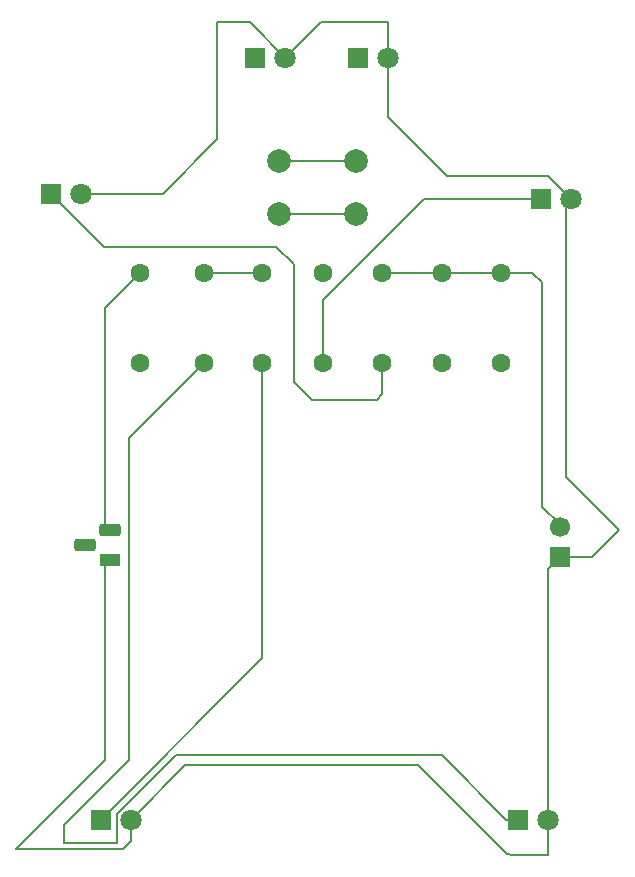
<source format=gtl>
G04 #@! TF.GenerationSoftware,KiCad,Pcbnew,9.0.2*
G04 #@! TF.CreationDate,2025-06-21T22:02:28+02:00*
G04 #@! TF.ProjectId,Keychain,4b657963-6861-4696-9e2e-6b696361645f,rev?*
G04 #@! TF.SameCoordinates,Original*
G04 #@! TF.FileFunction,Copper,L1,Top*
G04 #@! TF.FilePolarity,Positive*
%FSLAX46Y46*%
G04 Gerber Fmt 4.6, Leading zero omitted, Abs format (unit mm)*
G04 Created by KiCad (PCBNEW 9.0.2) date 2025-06-21 22:02:28*
%MOMM*%
%LPD*%
G01*
G04 APERTURE LIST*
G04 Aperture macros list*
%AMRoundRect*
0 Rectangle with rounded corners*
0 $1 Rounding radius*
0 $2 $3 $4 $5 $6 $7 $8 $9 X,Y pos of 4 corners*
0 Add a 4 corners polygon primitive as box body*
4,1,4,$2,$3,$4,$5,$6,$7,$8,$9,$2,$3,0*
0 Add four circle primitives for the rounded corners*
1,1,$1+$1,$2,$3*
1,1,$1+$1,$4,$5*
1,1,$1+$1,$6,$7*
1,1,$1+$1,$8,$9*
0 Add four rect primitives between the rounded corners*
20,1,$1+$1,$2,$3,$4,$5,0*
20,1,$1+$1,$4,$5,$6,$7,0*
20,1,$1+$1,$6,$7,$8,$9,0*
20,1,$1+$1,$8,$9,$2,$3,0*%
G04 Aperture macros list end*
G04 #@! TA.AperFunction,ComponentPad*
%ADD10C,1.600000*%
G04 #@! TD*
G04 #@! TA.AperFunction,ComponentPad*
%ADD11R,1.800000X1.800000*%
G04 #@! TD*
G04 #@! TA.AperFunction,ComponentPad*
%ADD12C,1.800000*%
G04 #@! TD*
G04 #@! TA.AperFunction,ComponentPad*
%ADD13R,1.700000X1.700000*%
G04 #@! TD*
G04 #@! TA.AperFunction,ComponentPad*
%ADD14C,1.700000*%
G04 #@! TD*
G04 #@! TA.AperFunction,ComponentPad*
%ADD15R,1.800000X1.100000*%
G04 #@! TD*
G04 #@! TA.AperFunction,ComponentPad*
%ADD16RoundRect,0.275000X0.625000X-0.275000X0.625000X0.275000X-0.625000X0.275000X-0.625000X-0.275000X0*%
G04 #@! TD*
G04 #@! TA.AperFunction,ComponentPad*
%ADD17C,2.000000*%
G04 #@! TD*
G04 #@! TA.AperFunction,Conductor*
%ADD18C,0.200000*%
G04 #@! TD*
G04 APERTURE END LIST*
D10*
G04 #@! TO.P,4.7 k \u03A9,1*
G04 #@! TO.N,Net-(BT1-+)*
X153000000Y-91690000D03*
G04 #@! TO.P,4.7 k \u03A9,2*
G04 #@! TO.N,Net-(R7-Pad2)*
X153000000Y-99310000D03*
G04 #@! TD*
G04 #@! TO.P,220 \u03A9,1*
G04 #@! TO.N,Net-(BT1--)*
X158350000Y-91690000D03*
G04 #@! TO.P,220 \u03A9,2*
G04 #@! TO.N,Net-(D6-K)*
X158350000Y-99310000D03*
G04 #@! TD*
D11*
G04 #@! TO.P,D2,1,K*
G04 #@! TO.N,Net-(D2-K)*
X171460000Y-73500000D03*
D12*
G04 #@! TO.P,D2,2,A*
G04 #@! TO.N,Net-(D1-A)*
X174000000Y-73500000D03*
G04 #@! TD*
D11*
G04 #@! TO.P,LED,1,K*
G04 #@! TO.N,Net-(D3-K)*
X145460000Y-85000000D03*
D12*
G04 #@! TO.P,LED,2,A*
G04 #@! TO.N,Net-(D1-A)*
X148000000Y-85000000D03*
G04 #@! TD*
D10*
G04 #@! TO.P,220 \u03A9,1*
G04 #@! TO.N,Net-(BT1--)*
X183500000Y-91690000D03*
G04 #@! TO.P,220 \u03A9,2*
G04 #@! TO.N,Net-(D1-K)*
X183500000Y-99310000D03*
G04 #@! TD*
G04 #@! TO.P,220 \u03A9,1*
G04 #@! TO.N,Net-(BT1--)*
X178500000Y-91690000D03*
G04 #@! TO.P,220 \u03A9,2*
G04 #@! TO.N,Net-(D2-K)*
X178500000Y-99310000D03*
G04 #@! TD*
D13*
G04 #@! TO.P,Motor,1,Pin_1*
G04 #@! TO.N,Net-(D1-A)*
X188500000Y-115775000D03*
D14*
G04 #@! TO.P,Motor,2,Pin_2*
G04 #@! TO.N,Net-(BT1--)*
X188500000Y-113235000D03*
G04 #@! TD*
D11*
G04 #@! TO.P,LED,1,K*
G04 #@! TO.N,Net-(D5-K)*
X149645000Y-138000000D03*
D12*
G04 #@! TO.P,LED,2,A*
G04 #@! TO.N,Net-(D1-A)*
X152185000Y-138000000D03*
G04 #@! TD*
D15*
G04 #@! TO.P,NPN,1,E*
G04 #@! TO.N,Net-(D1-A)*
X150400000Y-116040000D03*
D16*
G04 #@! TO.P,NPN,2,B*
G04 #@! TO.N,Net-(Q1-B)*
X148330000Y-114770000D03*
G04 #@! TO.P,NPN,3,C*
G04 #@! TO.N,Net-(BT1-+)*
X150400000Y-113500000D03*
G04 #@! TD*
D11*
G04 #@! TO.P,D1,1,K*
G04 #@! TO.N,Net-(D1-K)*
X162725000Y-73500000D03*
D12*
G04 #@! TO.P,D1,2,A*
G04 #@! TO.N,Net-(D1-A)*
X165265000Y-73500000D03*
G04 #@! TD*
D17*
G04 #@! TO.P,BUTTON,1,1*
G04 #@! TO.N,Net-(R7-Pad2)*
X164750000Y-82250000D03*
X171250000Y-82250000D03*
G04 #@! TO.P,BUTTON,2,2*
G04 #@! TO.N,Net-(Q1-B)*
X164750000Y-86750000D03*
X171250000Y-86750000D03*
G04 #@! TD*
D10*
G04 #@! TO.P,220 \u03A9,1*
G04 #@! TO.N,Net-(BT1--)*
X163300000Y-91690000D03*
G04 #@! TO.P,220 \u03A9,2*
G04 #@! TO.N,Net-(D5-K)*
X163300000Y-99310000D03*
G04 #@! TD*
D11*
G04 #@! TO.P,LED,1,K*
G04 #@! TO.N,Net-(D4-K)*
X186960000Y-85500000D03*
D12*
G04 #@! TO.P,LED,2,A*
G04 #@! TO.N,Net-(D1-A)*
X189500000Y-85500000D03*
G04 #@! TD*
D10*
G04 #@! TO.P,220 \u03A9,1*
G04 #@! TO.N,Net-(BT1--)*
X173500000Y-91690000D03*
G04 #@! TO.P,220 \u03A9,2*
G04 #@! TO.N,Net-(D3-K)*
X173500000Y-99310000D03*
G04 #@! TD*
G04 #@! TO.P,220 \u03A9,1*
G04 #@! TO.N,Net-(BT1--)*
X168500000Y-91690000D03*
G04 #@! TO.P,220 \u03A9,2*
G04 #@! TO.N,Net-(D4-K)*
X168500000Y-99310000D03*
G04 #@! TD*
D11*
G04 #@! TO.P,LED,1,K*
G04 #@! TO.N,Net-(D6-K)*
X184960000Y-138000000D03*
D12*
G04 #@! TO.P,LED,2,A*
G04 #@! TO.N,Net-(D1-A)*
X187500000Y-138000000D03*
G04 #@! TD*
D18*
G04 #@! TO.N,Net-(BT1-+)*
X153000000Y-91690000D02*
X150000000Y-94690000D01*
X150000000Y-94690000D02*
X150000000Y-113500000D01*
G04 #@! TO.N,Net-(BT1--)*
X158350000Y-91690000D02*
X163300000Y-91690000D01*
X186190000Y-91690000D02*
X183500000Y-91690000D01*
X178500000Y-91690000D02*
X173500000Y-91690000D01*
X188500000Y-113235000D02*
X188500000Y-113000000D01*
X187000000Y-111500000D02*
X187000000Y-92500000D01*
X188500000Y-113000000D02*
X187000000Y-111500000D01*
X183500000Y-91690000D02*
X178500000Y-91690000D01*
X187000000Y-92500000D02*
X186190000Y-91690000D01*
G04 #@! TO.N,Net-(D1-A)*
X188500000Y-115775000D02*
X187500000Y-116775000D01*
X165265000Y-73500000D02*
X168265000Y-70500000D01*
X187500000Y-116775000D02*
X187500000Y-138000000D01*
X189000000Y-86000000D02*
X189000000Y-109000000D01*
X152185000Y-139815000D02*
X151500000Y-140500000D01*
X191225000Y-115775000D02*
X188500000Y-115775000D01*
X187500000Y-83500000D02*
X189500000Y-85500000D01*
X147000000Y-136000000D02*
X142500000Y-140500000D01*
X184026568Y-140881461D02*
X176516478Y-133371371D01*
X150000000Y-133000000D02*
X150000000Y-116040000D01*
X189000000Y-109000000D02*
X193500000Y-113500000D01*
X179000000Y-83500000D02*
X187500000Y-83500000D01*
X147000000Y-136000000D02*
X150000000Y-133000000D01*
X152185000Y-138000000D02*
X152185000Y-139815000D01*
X184555455Y-141000000D02*
X184026568Y-140881461D01*
X176516478Y-133371371D02*
X156813629Y-133371371D01*
X154919542Y-85000000D02*
X159500000Y-80419542D01*
X151500000Y-140500000D02*
X142500000Y-140500000D01*
X159500000Y-70500000D02*
X162265000Y-70500000D01*
X156813629Y-133371371D02*
X152185000Y-138000000D01*
X189500000Y-85500000D02*
X189000000Y-86000000D01*
X159500000Y-80419542D02*
X159500000Y-70500000D01*
X187500000Y-141000000D02*
X184555455Y-141000000D01*
X174000000Y-78500000D02*
X179000000Y-83500000D01*
X162265000Y-70500000D02*
X165265000Y-73500000D01*
X187500000Y-138000000D02*
X187500000Y-141000000D01*
X148000000Y-85000000D02*
X154919542Y-85000000D01*
X174000000Y-73500000D02*
X174000000Y-78500000D01*
X168265000Y-70500000D02*
X174000000Y-70500000D01*
X174000000Y-70500000D02*
X174000000Y-73500000D01*
X193500000Y-113500000D02*
X191225000Y-115775000D01*
G04 #@! TO.N,Net-(D3-K)*
X149960000Y-89500000D02*
X164500000Y-89500000D01*
X173500000Y-102000000D02*
X173500000Y-99310000D01*
X166000000Y-91000000D02*
X166000000Y-101000000D01*
X167500000Y-102500000D02*
X173000000Y-102500000D01*
X173000000Y-102500000D02*
X173500000Y-102000000D01*
X164500000Y-89500000D02*
X166000000Y-91000000D01*
X145460000Y-85000000D02*
X149960000Y-89500000D01*
X166000000Y-101000000D02*
X167500000Y-102500000D01*
G04 #@! TO.N,Net-(D4-K)*
X168500000Y-94000000D02*
X168500000Y-99310000D01*
X186960000Y-85500000D02*
X177000000Y-85500000D01*
X177000000Y-85500000D02*
X168500000Y-94000000D01*
G04 #@! TO.N,Net-(D5-K)*
X163300000Y-124345000D02*
X163300000Y-99310000D01*
X149645000Y-138000000D02*
X163300000Y-124345000D01*
G04 #@! TO.N,Net-(D6-K)*
X146500000Y-138500000D02*
X146500000Y-140000000D01*
X158350000Y-99310000D02*
X152000000Y-105660000D01*
X155986529Y-132500000D02*
X178500000Y-132500000D01*
X152000000Y-133000000D02*
X146500000Y-138500000D01*
X150984000Y-137502529D02*
X155986529Y-132500000D01*
X184000000Y-138000000D02*
X184960000Y-138000000D01*
X178500000Y-132500000D02*
X184000000Y-138000000D01*
X150984000Y-139984000D02*
X150984000Y-137502529D01*
X152000000Y-105660000D02*
X152000000Y-133000000D01*
X146500000Y-140000000D02*
X151000000Y-140000000D01*
X151000000Y-140000000D02*
X150984000Y-139984000D01*
G04 #@! TO.N,Net-(Q1-B)*
X171250000Y-86750000D02*
X164750000Y-86750000D01*
G04 #@! TO.N,Net-(R7-Pad2)*
X171250000Y-82250000D02*
X164750000Y-82250000D01*
G04 #@! TD*
M02*

</source>
